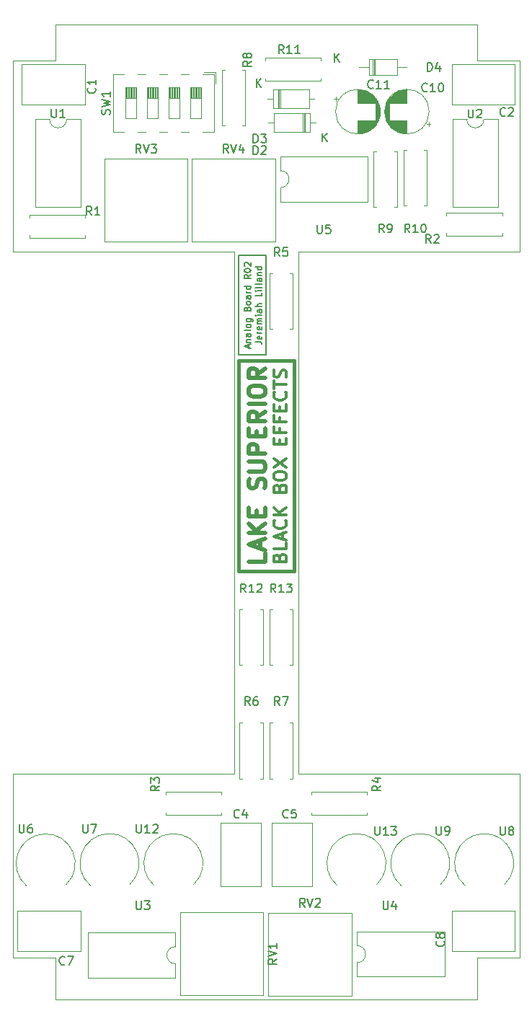
<source format=gbr>
%TF.GenerationSoftware,KiCad,Pcbnew,(5.1.7)-1*%
%TF.CreationDate,2021-10-21T20:27:42-07:00*%
%TF.ProjectId,AnalogBoard_Rev2,416e616c-6f67-4426-9f61-72645f526576,rev?*%
%TF.SameCoordinates,Original*%
%TF.FileFunction,Legend,Top*%
%TF.FilePolarity,Positive*%
%FSLAX46Y46*%
G04 Gerber Fmt 4.6, Leading zero omitted, Abs format (unit mm)*
G04 Created by KiCad (PCBNEW (5.1.7)-1) date 2021-10-21 20:27:42*
%MOMM*%
%LPD*%
G01*
G04 APERTURE LIST*
%TA.AperFunction,Profile*%
%ADD10C,0.050000*%
%TD*%
%ADD11C,0.200000*%
%ADD12C,0.400000*%
%ADD13C,0.187500*%
%ADD14C,0.500000*%
%ADD15C,0.350000*%
%ADD16C,0.120000*%
%ADD17C,0.150000*%
G04 APERTURE END LIST*
D10*
X143250000Y-148100000D02*
X148250000Y-148100000D01*
X143250000Y-153000000D02*
X143250000Y-148100000D01*
X93750000Y-148100000D02*
X88750000Y-148100000D01*
X93750000Y-153000000D02*
X93750000Y-148100000D01*
X143250000Y-42750000D02*
X143250000Y-38500000D01*
X148250000Y-42750000D02*
X143250000Y-42750000D01*
X93750000Y-42750000D02*
X93750000Y-38500000D01*
X88750000Y-42750000D02*
X93750000Y-42750000D01*
D11*
X115250000Y-65647000D02*
X118507000Y-65647000D01*
X115250000Y-77331000D02*
X118507000Y-77331000D01*
X115250000Y-77331000D02*
X115250000Y-65647000D01*
X118507000Y-65647000D02*
X118507000Y-77331000D01*
D12*
X115250000Y-102750000D02*
X121750000Y-102743000D01*
X121750000Y-78000000D02*
X121750000Y-102743000D01*
X115250000Y-78000000D02*
X121750000Y-78000000D01*
X115250000Y-102750000D02*
X115250000Y-78000000D01*
D13*
X116468750Y-76517857D02*
X116468750Y-76160714D01*
X116683035Y-76589285D02*
X115933035Y-76339285D01*
X116683035Y-76089285D01*
X116183035Y-75839285D02*
X116683035Y-75839285D01*
X116254464Y-75839285D02*
X116218750Y-75803571D01*
X116183035Y-75732142D01*
X116183035Y-75625000D01*
X116218750Y-75553571D01*
X116290178Y-75517857D01*
X116683035Y-75517857D01*
X116683035Y-74839285D02*
X116290178Y-74839285D01*
X116218750Y-74875000D01*
X116183035Y-74946428D01*
X116183035Y-75089285D01*
X116218750Y-75160714D01*
X116647321Y-74839285D02*
X116683035Y-74910714D01*
X116683035Y-75089285D01*
X116647321Y-75160714D01*
X116575892Y-75196428D01*
X116504464Y-75196428D01*
X116433035Y-75160714D01*
X116397321Y-75089285D01*
X116397321Y-74910714D01*
X116361607Y-74839285D01*
X116683035Y-74375000D02*
X116647321Y-74446428D01*
X116575892Y-74482142D01*
X115933035Y-74482142D01*
X116683035Y-73982142D02*
X116647321Y-74053571D01*
X116611607Y-74089285D01*
X116540178Y-74125000D01*
X116325892Y-74125000D01*
X116254464Y-74089285D01*
X116218750Y-74053571D01*
X116183035Y-73982142D01*
X116183035Y-73875000D01*
X116218750Y-73803571D01*
X116254464Y-73767857D01*
X116325892Y-73732142D01*
X116540178Y-73732142D01*
X116611607Y-73767857D01*
X116647321Y-73803571D01*
X116683035Y-73875000D01*
X116683035Y-73982142D01*
X116183035Y-73089285D02*
X116790178Y-73089285D01*
X116861607Y-73125000D01*
X116897321Y-73160714D01*
X116933035Y-73232142D01*
X116933035Y-73339285D01*
X116897321Y-73410714D01*
X116647321Y-73089285D02*
X116683035Y-73160714D01*
X116683035Y-73303571D01*
X116647321Y-73375000D01*
X116611607Y-73410714D01*
X116540178Y-73446428D01*
X116325892Y-73446428D01*
X116254464Y-73410714D01*
X116218750Y-73375000D01*
X116183035Y-73303571D01*
X116183035Y-73160714D01*
X116218750Y-73089285D01*
X116290178Y-71910714D02*
X116325892Y-71803571D01*
X116361607Y-71767857D01*
X116433035Y-71732142D01*
X116540178Y-71732142D01*
X116611607Y-71767857D01*
X116647321Y-71803571D01*
X116683035Y-71875000D01*
X116683035Y-72160714D01*
X115933035Y-72160714D01*
X115933035Y-71910714D01*
X115968750Y-71839285D01*
X116004464Y-71803571D01*
X116075892Y-71767857D01*
X116147321Y-71767857D01*
X116218750Y-71803571D01*
X116254464Y-71839285D01*
X116290178Y-71910714D01*
X116290178Y-72160714D01*
X116683035Y-71303571D02*
X116647321Y-71375000D01*
X116611607Y-71410714D01*
X116540178Y-71446428D01*
X116325892Y-71446428D01*
X116254464Y-71410714D01*
X116218750Y-71375000D01*
X116183035Y-71303571D01*
X116183035Y-71196428D01*
X116218750Y-71125000D01*
X116254464Y-71089285D01*
X116325892Y-71053571D01*
X116540178Y-71053571D01*
X116611607Y-71089285D01*
X116647321Y-71125000D01*
X116683035Y-71196428D01*
X116683035Y-71303571D01*
X116683035Y-70410714D02*
X116290178Y-70410714D01*
X116218750Y-70446428D01*
X116183035Y-70517857D01*
X116183035Y-70660714D01*
X116218750Y-70732142D01*
X116647321Y-70410714D02*
X116683035Y-70482142D01*
X116683035Y-70660714D01*
X116647321Y-70732142D01*
X116575892Y-70767857D01*
X116504464Y-70767857D01*
X116433035Y-70732142D01*
X116397321Y-70660714D01*
X116397321Y-70482142D01*
X116361607Y-70410714D01*
X116683035Y-70053571D02*
X116183035Y-70053571D01*
X116325892Y-70053571D02*
X116254464Y-70017857D01*
X116218750Y-69982142D01*
X116183035Y-69910714D01*
X116183035Y-69839285D01*
X116683035Y-69267857D02*
X115933035Y-69267857D01*
X116647321Y-69267857D02*
X116683035Y-69339285D01*
X116683035Y-69482142D01*
X116647321Y-69553571D01*
X116611607Y-69589285D01*
X116540178Y-69625000D01*
X116325892Y-69625000D01*
X116254464Y-69589285D01*
X116218750Y-69553571D01*
X116183035Y-69482142D01*
X116183035Y-69339285D01*
X116218750Y-69267857D01*
X116683035Y-67910714D02*
X116325892Y-68160714D01*
X116683035Y-68339285D02*
X115933035Y-68339285D01*
X115933035Y-68053571D01*
X115968750Y-67982142D01*
X116004464Y-67946428D01*
X116075892Y-67910714D01*
X116183035Y-67910714D01*
X116254464Y-67946428D01*
X116290178Y-67982142D01*
X116325892Y-68053571D01*
X116325892Y-68339285D01*
X115933035Y-67446428D02*
X115933035Y-67375000D01*
X115968750Y-67303571D01*
X116004464Y-67267857D01*
X116075892Y-67232142D01*
X116218750Y-67196428D01*
X116397321Y-67196428D01*
X116540178Y-67232142D01*
X116611607Y-67267857D01*
X116647321Y-67303571D01*
X116683035Y-67375000D01*
X116683035Y-67446428D01*
X116647321Y-67517857D01*
X116611607Y-67553571D01*
X116540178Y-67589285D01*
X116397321Y-67625000D01*
X116218750Y-67625000D01*
X116075892Y-67589285D01*
X116004464Y-67553571D01*
X115968750Y-67517857D01*
X115933035Y-67446428D01*
X116004464Y-66910714D02*
X115968750Y-66875000D01*
X115933035Y-66803571D01*
X115933035Y-66625000D01*
X115968750Y-66553571D01*
X116004464Y-66517857D01*
X116075892Y-66482142D01*
X116147321Y-66482142D01*
X116254464Y-66517857D01*
X116683035Y-66946428D01*
X116683035Y-66482142D01*
X117245535Y-75803571D02*
X117781250Y-75803571D01*
X117888392Y-75839285D01*
X117959821Y-75910714D01*
X117995535Y-76017857D01*
X117995535Y-76089285D01*
X117959821Y-75160714D02*
X117995535Y-75232142D01*
X117995535Y-75375000D01*
X117959821Y-75446428D01*
X117888392Y-75482142D01*
X117602678Y-75482142D01*
X117531250Y-75446428D01*
X117495535Y-75375000D01*
X117495535Y-75232142D01*
X117531250Y-75160714D01*
X117602678Y-75125000D01*
X117674107Y-75125000D01*
X117745535Y-75482142D01*
X117995535Y-74803571D02*
X117495535Y-74803571D01*
X117638392Y-74803571D02*
X117566964Y-74767857D01*
X117531250Y-74732142D01*
X117495535Y-74660714D01*
X117495535Y-74589285D01*
X117959821Y-74053571D02*
X117995535Y-74125000D01*
X117995535Y-74267857D01*
X117959821Y-74339285D01*
X117888392Y-74375000D01*
X117602678Y-74375000D01*
X117531250Y-74339285D01*
X117495535Y-74267857D01*
X117495535Y-74125000D01*
X117531250Y-74053571D01*
X117602678Y-74017857D01*
X117674107Y-74017857D01*
X117745535Y-74375000D01*
X117995535Y-73696428D02*
X117495535Y-73696428D01*
X117566964Y-73696428D02*
X117531250Y-73660714D01*
X117495535Y-73589285D01*
X117495535Y-73482142D01*
X117531250Y-73410714D01*
X117602678Y-73375000D01*
X117995535Y-73375000D01*
X117602678Y-73375000D02*
X117531250Y-73339285D01*
X117495535Y-73267857D01*
X117495535Y-73160714D01*
X117531250Y-73089285D01*
X117602678Y-73053571D01*
X117995535Y-73053571D01*
X117995535Y-72696428D02*
X117495535Y-72696428D01*
X117245535Y-72696428D02*
X117281250Y-72732142D01*
X117316964Y-72696428D01*
X117281250Y-72660714D01*
X117245535Y-72696428D01*
X117316964Y-72696428D01*
X117995535Y-72017857D02*
X117602678Y-72017857D01*
X117531250Y-72053571D01*
X117495535Y-72125000D01*
X117495535Y-72267857D01*
X117531250Y-72339285D01*
X117959821Y-72017857D02*
X117995535Y-72089285D01*
X117995535Y-72267857D01*
X117959821Y-72339285D01*
X117888392Y-72375000D01*
X117816964Y-72375000D01*
X117745535Y-72339285D01*
X117709821Y-72267857D01*
X117709821Y-72089285D01*
X117674107Y-72017857D01*
X117995535Y-71660714D02*
X117245535Y-71660714D01*
X117995535Y-71339285D02*
X117602678Y-71339285D01*
X117531250Y-71375000D01*
X117495535Y-71446428D01*
X117495535Y-71553571D01*
X117531250Y-71625000D01*
X117566964Y-71660714D01*
X117995535Y-70053571D02*
X117995535Y-70410714D01*
X117245535Y-70410714D01*
X117995535Y-69803571D02*
X117495535Y-69803571D01*
X117245535Y-69803571D02*
X117281250Y-69839285D01*
X117316964Y-69803571D01*
X117281250Y-69767857D01*
X117245535Y-69803571D01*
X117316964Y-69803571D01*
X117995535Y-69339285D02*
X117959821Y-69410714D01*
X117888392Y-69446428D01*
X117245535Y-69446428D01*
X117995535Y-68946428D02*
X117959821Y-69017857D01*
X117888392Y-69053571D01*
X117245535Y-69053571D01*
X117995535Y-68339285D02*
X117602678Y-68339285D01*
X117531250Y-68375000D01*
X117495535Y-68446428D01*
X117495535Y-68589285D01*
X117531250Y-68660714D01*
X117959821Y-68339285D02*
X117995535Y-68410714D01*
X117995535Y-68589285D01*
X117959821Y-68660714D01*
X117888392Y-68696428D01*
X117816964Y-68696428D01*
X117745535Y-68660714D01*
X117709821Y-68589285D01*
X117709821Y-68410714D01*
X117674107Y-68339285D01*
X117495535Y-67982142D02*
X117995535Y-67982142D01*
X117566964Y-67982142D02*
X117531250Y-67946428D01*
X117495535Y-67875000D01*
X117495535Y-67767857D01*
X117531250Y-67696428D01*
X117602678Y-67660714D01*
X117995535Y-67660714D01*
X117995535Y-66982142D02*
X117245535Y-66982142D01*
X117959821Y-66982142D02*
X117995535Y-67053571D01*
X117995535Y-67196428D01*
X117959821Y-67267857D01*
X117924107Y-67303571D01*
X117852678Y-67339285D01*
X117638392Y-67339285D01*
X117566964Y-67303571D01*
X117531250Y-67267857D01*
X117495535Y-67196428D01*
X117495535Y-67053571D01*
X117531250Y-66982142D01*
D14*
X118404761Y-100633333D02*
X118404761Y-101585714D01*
X116404761Y-101585714D01*
X117833333Y-100061904D02*
X117833333Y-99109523D01*
X118404761Y-100252380D02*
X116404761Y-99585714D01*
X118404761Y-98919047D01*
X118404761Y-98252380D02*
X116404761Y-98252380D01*
X118404761Y-97109523D02*
X117261904Y-97966666D01*
X116404761Y-97109523D02*
X117547619Y-98252380D01*
X117357142Y-96252380D02*
X117357142Y-95585714D01*
X118404761Y-95300000D02*
X118404761Y-96252380D01*
X116404761Y-96252380D01*
X116404761Y-95300000D01*
X118309523Y-93014285D02*
X118404761Y-92728571D01*
X118404761Y-92252380D01*
X118309523Y-92061904D01*
X118214285Y-91966666D01*
X118023809Y-91871428D01*
X117833333Y-91871428D01*
X117642857Y-91966666D01*
X117547619Y-92061904D01*
X117452380Y-92252380D01*
X117357142Y-92633333D01*
X117261904Y-92823809D01*
X117166666Y-92919047D01*
X116976190Y-93014285D01*
X116785714Y-93014285D01*
X116595238Y-92919047D01*
X116500000Y-92823809D01*
X116404761Y-92633333D01*
X116404761Y-92157142D01*
X116500000Y-91871428D01*
X116404761Y-91014285D02*
X118023809Y-91014285D01*
X118214285Y-90919047D01*
X118309523Y-90823809D01*
X118404761Y-90633333D01*
X118404761Y-90252380D01*
X118309523Y-90061904D01*
X118214285Y-89966666D01*
X118023809Y-89871428D01*
X116404761Y-89871428D01*
X118404761Y-88919047D02*
X116404761Y-88919047D01*
X116404761Y-88157142D01*
X116500000Y-87966666D01*
X116595238Y-87871428D01*
X116785714Y-87776190D01*
X117071428Y-87776190D01*
X117261904Y-87871428D01*
X117357142Y-87966666D01*
X117452380Y-88157142D01*
X117452380Y-88919047D01*
X117357142Y-86919047D02*
X117357142Y-86252380D01*
X118404761Y-85966666D02*
X118404761Y-86919047D01*
X116404761Y-86919047D01*
X116404761Y-85966666D01*
X118404761Y-83966666D02*
X117452380Y-84633333D01*
X118404761Y-85109523D02*
X116404761Y-85109523D01*
X116404761Y-84347619D01*
X116500000Y-84157142D01*
X116595238Y-84061904D01*
X116785714Y-83966666D01*
X117071428Y-83966666D01*
X117261904Y-84061904D01*
X117357142Y-84157142D01*
X117452380Y-84347619D01*
X117452380Y-85109523D01*
X118404761Y-83109523D02*
X116404761Y-83109523D01*
X116404761Y-81776190D02*
X116404761Y-81395238D01*
X116500000Y-81204761D01*
X116690476Y-81014285D01*
X117071428Y-80919047D01*
X117738095Y-80919047D01*
X118119047Y-81014285D01*
X118309523Y-81204761D01*
X118404761Y-81395238D01*
X118404761Y-81776190D01*
X118309523Y-81966666D01*
X118119047Y-82157142D01*
X117738095Y-82252380D01*
X117071428Y-82252380D01*
X116690476Y-82157142D01*
X116500000Y-81966666D01*
X116404761Y-81776190D01*
X118404761Y-78919047D02*
X117452380Y-79585714D01*
X118404761Y-80061904D02*
X116404761Y-80061904D01*
X116404761Y-79300000D01*
X116500000Y-79109523D01*
X116595238Y-79014285D01*
X116785714Y-78919047D01*
X117071428Y-78919047D01*
X117261904Y-79014285D01*
X117357142Y-79109523D01*
X117452380Y-79300000D01*
X117452380Y-80061904D01*
D15*
X120092857Y-101114285D02*
X120164285Y-100900000D01*
X120235714Y-100828571D01*
X120378571Y-100757142D01*
X120592857Y-100757142D01*
X120735714Y-100828571D01*
X120807142Y-100900000D01*
X120878571Y-101042857D01*
X120878571Y-101614285D01*
X119378571Y-101614285D01*
X119378571Y-101114285D01*
X119450000Y-100971428D01*
X119521428Y-100900000D01*
X119664285Y-100828571D01*
X119807142Y-100828571D01*
X119950000Y-100900000D01*
X120021428Y-100971428D01*
X120092857Y-101114285D01*
X120092857Y-101614285D01*
X120878571Y-99400000D02*
X120878571Y-100114285D01*
X119378571Y-100114285D01*
X120450000Y-98971428D02*
X120450000Y-98257142D01*
X120878571Y-99114285D02*
X119378571Y-98614285D01*
X120878571Y-98114285D01*
X120735714Y-96757142D02*
X120807142Y-96828571D01*
X120878571Y-97042857D01*
X120878571Y-97185714D01*
X120807142Y-97400000D01*
X120664285Y-97542857D01*
X120521428Y-97614285D01*
X120235714Y-97685714D01*
X120021428Y-97685714D01*
X119735714Y-97614285D01*
X119592857Y-97542857D01*
X119450000Y-97400000D01*
X119378571Y-97185714D01*
X119378571Y-97042857D01*
X119450000Y-96828571D01*
X119521428Y-96757142D01*
X120878571Y-96114285D02*
X119378571Y-96114285D01*
X120878571Y-95257142D02*
X120021428Y-95900000D01*
X119378571Y-95257142D02*
X120235714Y-96114285D01*
X120092857Y-92971428D02*
X120164285Y-92757142D01*
X120235714Y-92685714D01*
X120378571Y-92614285D01*
X120592857Y-92614285D01*
X120735714Y-92685714D01*
X120807142Y-92757142D01*
X120878571Y-92900000D01*
X120878571Y-93471428D01*
X119378571Y-93471428D01*
X119378571Y-92971428D01*
X119450000Y-92828571D01*
X119521428Y-92757142D01*
X119664285Y-92685714D01*
X119807142Y-92685714D01*
X119950000Y-92757142D01*
X120021428Y-92828571D01*
X120092857Y-92971428D01*
X120092857Y-93471428D01*
X119378571Y-91685714D02*
X119378571Y-91400000D01*
X119450000Y-91257142D01*
X119592857Y-91114285D01*
X119878571Y-91042857D01*
X120378571Y-91042857D01*
X120664285Y-91114285D01*
X120807142Y-91257142D01*
X120878571Y-91400000D01*
X120878571Y-91685714D01*
X120807142Y-91828571D01*
X120664285Y-91971428D01*
X120378571Y-92042857D01*
X119878571Y-92042857D01*
X119592857Y-91971428D01*
X119450000Y-91828571D01*
X119378571Y-91685714D01*
X119378571Y-90542857D02*
X120878571Y-89542857D01*
X119378571Y-89542857D02*
X120878571Y-90542857D01*
X120092857Y-87828571D02*
X120092857Y-87328571D01*
X120878571Y-87114285D02*
X120878571Y-87828571D01*
X119378571Y-87828571D01*
X119378571Y-87114285D01*
X120092857Y-85971428D02*
X120092857Y-86471428D01*
X120878571Y-86471428D02*
X119378571Y-86471428D01*
X119378571Y-85757142D01*
X120092857Y-84685714D02*
X120092857Y-85185714D01*
X120878571Y-85185714D02*
X119378571Y-85185714D01*
X119378571Y-84471428D01*
X120092857Y-83900000D02*
X120092857Y-83400000D01*
X120878571Y-83185714D02*
X120878571Y-83900000D01*
X119378571Y-83900000D01*
X119378571Y-83185714D01*
X120735714Y-81685714D02*
X120807142Y-81757142D01*
X120878571Y-81971428D01*
X120878571Y-82114285D01*
X120807142Y-82328571D01*
X120664285Y-82471428D01*
X120521428Y-82542857D01*
X120235714Y-82614285D01*
X120021428Y-82614285D01*
X119735714Y-82542857D01*
X119592857Y-82471428D01*
X119450000Y-82328571D01*
X119378571Y-82114285D01*
X119378571Y-81971428D01*
X119450000Y-81757142D01*
X119521428Y-81685714D01*
X119378571Y-81257142D02*
X119378571Y-80400000D01*
X120878571Y-80828571D02*
X119378571Y-80828571D01*
X120807142Y-79971428D02*
X120878571Y-79757142D01*
X120878571Y-79400000D01*
X120807142Y-79257142D01*
X120735714Y-79185714D01*
X120592857Y-79114285D01*
X120450000Y-79114285D01*
X120307142Y-79185714D01*
X120235714Y-79257142D01*
X120164285Y-79400000D01*
X120092857Y-79685714D01*
X120021428Y-79828571D01*
X119950000Y-79900000D01*
X119807142Y-79971428D01*
X119664285Y-79971428D01*
X119521428Y-79900000D01*
X119450000Y-79828571D01*
X119378571Y-79685714D01*
X119378571Y-79328571D01*
X119450000Y-79114285D01*
D10*
X148250000Y-148100000D02*
X148250000Y-126500000D01*
X88750000Y-148100000D02*
X88750000Y-126500000D01*
X122250000Y-126500000D02*
X148250000Y-126500000D01*
X122250000Y-65250000D02*
X148250000Y-65250000D01*
X88750000Y-126500000D02*
X114750000Y-126500000D01*
X88750000Y-65250000D02*
X114750000Y-65250000D01*
X114750000Y-126500000D02*
X114750000Y-65250000D01*
X122250000Y-126500000D02*
X122250000Y-65250000D01*
X148250000Y-42750000D02*
X148250000Y-65250000D01*
X88750000Y-65250000D02*
X88750000Y-42750000D01*
X143250000Y-153000000D02*
X93750000Y-153000000D01*
X93750000Y-38500000D02*
X143250000Y-38500000D01*
D16*
%TO.C,RV4*%
X109784000Y-54297000D02*
X119554000Y-54297000D01*
X109784000Y-64067000D02*
X119554000Y-64067000D01*
X109784000Y-54297000D02*
X109784000Y-64067000D01*
X119554000Y-54297000D02*
X119554000Y-64067000D01*
%TO.C,RV3*%
X99497000Y-54297000D02*
X109267000Y-54297000D01*
X99497000Y-64067000D02*
X109267000Y-64067000D01*
X99497000Y-54297000D02*
X99497000Y-64067000D01*
X109267000Y-54297000D02*
X109267000Y-64067000D01*
%TO.C,RV2*%
X118770000Y-142825000D02*
X128540000Y-142825000D01*
X118770000Y-152595000D02*
X128540000Y-152595000D01*
X118770000Y-142825000D02*
X118770000Y-152595000D01*
X128540000Y-142825000D02*
X128540000Y-152595000D01*
%TO.C,RV1*%
X118175000Y-142770000D02*
X118175000Y-152540000D01*
X108405000Y-142770000D02*
X108405000Y-152540000D01*
X118175000Y-142770000D02*
X108405000Y-142770000D01*
X118175000Y-152540000D02*
X108405000Y-152540000D01*
%TO.C,SW1*%
X103251000Y-47148667D02*
X101981000Y-47148667D01*
X102051000Y-45942000D02*
X102051000Y-47148667D01*
X102171000Y-45942000D02*
X102171000Y-47148667D01*
X102291000Y-45942000D02*
X102291000Y-47148667D01*
X102411000Y-45942000D02*
X102411000Y-47148667D01*
X102531000Y-45942000D02*
X102531000Y-47148667D01*
X102651000Y-45942000D02*
X102651000Y-47148667D01*
X102771000Y-45942000D02*
X102771000Y-47148667D01*
X102891000Y-45942000D02*
X102891000Y-47148667D01*
X103011000Y-45942000D02*
X103011000Y-47148667D01*
X103131000Y-45942000D02*
X103131000Y-47148667D01*
X103251000Y-49562000D02*
X103251000Y-45942000D01*
X101981000Y-49562000D02*
X103251000Y-49562000D01*
X101981000Y-45942000D02*
X101981000Y-49562000D01*
X103251000Y-45942000D02*
X101981000Y-45942000D01*
X105791000Y-47148667D02*
X104521000Y-47148667D01*
X104591000Y-45942000D02*
X104591000Y-47148667D01*
X104711000Y-45942000D02*
X104711000Y-47148667D01*
X104831000Y-45942000D02*
X104831000Y-47148667D01*
X104951000Y-45942000D02*
X104951000Y-47148667D01*
X105071000Y-45942000D02*
X105071000Y-47148667D01*
X105191000Y-45942000D02*
X105191000Y-47148667D01*
X105311000Y-45942000D02*
X105311000Y-47148667D01*
X105431000Y-45942000D02*
X105431000Y-47148667D01*
X105551000Y-45942000D02*
X105551000Y-47148667D01*
X105671000Y-45942000D02*
X105671000Y-47148667D01*
X105791000Y-49562000D02*
X105791000Y-45942000D01*
X104521000Y-49562000D02*
X105791000Y-49562000D01*
X104521000Y-45942000D02*
X104521000Y-49562000D01*
X105791000Y-45942000D02*
X104521000Y-45942000D01*
X108331000Y-47148667D02*
X107061000Y-47148667D01*
X107131000Y-45942000D02*
X107131000Y-47148667D01*
X107251000Y-45942000D02*
X107251000Y-47148667D01*
X107371000Y-45942000D02*
X107371000Y-47148667D01*
X107491000Y-45942000D02*
X107491000Y-47148667D01*
X107611000Y-45942000D02*
X107611000Y-47148667D01*
X107731000Y-45942000D02*
X107731000Y-47148667D01*
X107851000Y-45942000D02*
X107851000Y-47148667D01*
X107971000Y-45942000D02*
X107971000Y-47148667D01*
X108091000Y-45942000D02*
X108091000Y-47148667D01*
X108211000Y-45942000D02*
X108211000Y-47148667D01*
X108331000Y-49562000D02*
X108331000Y-45942000D01*
X107061000Y-49562000D02*
X108331000Y-49562000D01*
X107061000Y-45942000D02*
X107061000Y-49562000D01*
X108331000Y-45942000D02*
X107061000Y-45942000D01*
X110871000Y-47148667D02*
X109601000Y-47148667D01*
X109671000Y-45942000D02*
X109671000Y-47148667D01*
X109791000Y-45942000D02*
X109791000Y-47148667D01*
X109911000Y-45942000D02*
X109911000Y-47148667D01*
X110031000Y-45942000D02*
X110031000Y-47148667D01*
X110151000Y-45942000D02*
X110151000Y-47148667D01*
X110271000Y-45942000D02*
X110271000Y-47148667D01*
X110391000Y-45942000D02*
X110391000Y-47148667D01*
X110511000Y-45942000D02*
X110511000Y-47148667D01*
X110631000Y-45942000D02*
X110631000Y-47148667D01*
X110751000Y-45942000D02*
X110751000Y-47148667D01*
X110871000Y-49562000D02*
X110871000Y-45942000D01*
X109601000Y-49562000D02*
X110871000Y-49562000D01*
X109601000Y-45942000D02*
X109601000Y-49562000D01*
X110871000Y-45942000D02*
X109601000Y-45942000D01*
X112586000Y-44102000D02*
X111203000Y-44102000D01*
X112586000Y-44102000D02*
X112586000Y-45485000D01*
X109436000Y-51162000D02*
X108496000Y-51162000D01*
X112346000Y-51162000D02*
X111036000Y-51162000D01*
X106896000Y-51162000D02*
X105956000Y-51162000D01*
X104356000Y-51162000D02*
X103416000Y-51162000D01*
X101816000Y-51162000D02*
X100506000Y-51162000D01*
X101816000Y-44342000D02*
X100506000Y-44342000D01*
X104356000Y-44342000D02*
X103416000Y-44342000D01*
X106896000Y-44342000D02*
X105956000Y-44342000D01*
X109436000Y-44342000D02*
X108496000Y-44342000D01*
X112346000Y-44342000D02*
X111036000Y-44342000D01*
X100506000Y-44342000D02*
X100506000Y-51162000D01*
X112346000Y-44342000D02*
X112346000Y-51162000D01*
%TO.C,U9*%
X134370990Y-139653583D02*
G75*
G02*
X138999999Y-139499999I2229010J2653583D01*
G01*
%TO.C,U8*%
X141870990Y-139653583D02*
G75*
G02*
X146499999Y-139499999I2229010J2653583D01*
G01*
%TO.C,U7*%
X97870990Y-139653583D02*
G75*
G02*
X102499999Y-139499999I2229010J2653583D01*
G01*
%TO.C,U6*%
X90370990Y-139686583D02*
G75*
G02*
X94999999Y-139532999I2229010J2653583D01*
G01*
%TO.C,U13*%
X126870990Y-139653583D02*
G75*
G02*
X131499999Y-139499999I2229010J2653583D01*
G01*
%TO.C,U12*%
X105370990Y-139653583D02*
G75*
G02*
X109999999Y-139499999I2229010J2653583D01*
G01*
%TO.C,U5*%
X120170000Y-57690000D02*
X120170000Y-59340000D01*
X120170000Y-59340000D02*
X130450000Y-59340000D01*
X130450000Y-59340000D02*
X130450000Y-54040000D01*
X130450000Y-54040000D02*
X120170000Y-54040000D01*
X120170000Y-54040000D02*
X120170000Y-55690000D01*
X120170000Y-55690000D02*
G75*
G02*
X120170000Y-57690000I0J-1000000D01*
G01*
%TO.C,U4*%
X129170000Y-148690000D02*
X129170000Y-150340000D01*
X129170000Y-150340000D02*
X139450000Y-150340000D01*
X139450000Y-150340000D02*
X139450000Y-145040000D01*
X139450000Y-145040000D02*
X129170000Y-145040000D01*
X129170000Y-145040000D02*
X129170000Y-146690000D01*
X129170000Y-146690000D02*
G75*
G02*
X129170000Y-148690000I0J-1000000D01*
G01*
%TO.C,U3*%
X107830000Y-146810000D02*
X107830000Y-145160000D01*
X107830000Y-145160000D02*
X97550000Y-145160000D01*
X97550000Y-145160000D02*
X97550000Y-150460000D01*
X97550000Y-150460000D02*
X107830000Y-150460000D01*
X107830000Y-150460000D02*
X107830000Y-148810000D01*
X107830000Y-148810000D02*
G75*
G02*
X107830000Y-146810000I0J1000000D01*
G01*
%TO.C,U2*%
X142060000Y-49670000D02*
X140410000Y-49670000D01*
X140410000Y-49670000D02*
X140410000Y-59950000D01*
X140410000Y-59950000D02*
X145710000Y-59950000D01*
X145710000Y-59950000D02*
X145710000Y-49670000D01*
X145710000Y-49670000D02*
X144060000Y-49670000D01*
X144060000Y-49670000D02*
G75*
G02*
X142060000Y-49670000I-1000000J0D01*
G01*
%TO.C,U1*%
X93060000Y-49670000D02*
X91410000Y-49670000D01*
X91410000Y-49670000D02*
X91410000Y-59950000D01*
X91410000Y-59950000D02*
X96710000Y-59950000D01*
X96710000Y-59950000D02*
X96710000Y-49670000D01*
X96710000Y-49670000D02*
X95060000Y-49670000D01*
X95060000Y-49670000D02*
G75*
G02*
X93060000Y-49670000I-1000000J0D01*
G01*
%TO.C,R13*%
X119210000Y-113710000D02*
X118880000Y-113710000D01*
X118880000Y-113710000D02*
X118880000Y-107170000D01*
X118880000Y-107170000D02*
X119210000Y-107170000D01*
X121290000Y-113710000D02*
X121620000Y-113710000D01*
X121620000Y-113710000D02*
X121620000Y-107170000D01*
X121620000Y-107170000D02*
X121290000Y-107170000D01*
%TO.C,R12*%
X115710000Y-113710000D02*
X115380000Y-113710000D01*
X115380000Y-113710000D02*
X115380000Y-107170000D01*
X115380000Y-107170000D02*
X115710000Y-107170000D01*
X117790000Y-113710000D02*
X118120000Y-113710000D01*
X118120000Y-113710000D02*
X118120000Y-107170000D01*
X118120000Y-107170000D02*
X117790000Y-107170000D01*
%TO.C,R11*%
X124936000Y-44855000D02*
X124936000Y-45185000D01*
X124936000Y-45185000D02*
X118396000Y-45185000D01*
X118396000Y-45185000D02*
X118396000Y-44855000D01*
X124936000Y-42775000D02*
X124936000Y-42445000D01*
X124936000Y-42445000D02*
X118396000Y-42445000D01*
X118396000Y-42445000D02*
X118396000Y-42775000D01*
%TO.C,R10*%
X137040000Y-53290000D02*
X137370000Y-53290000D01*
X137370000Y-53290000D02*
X137370000Y-59830000D01*
X137370000Y-59830000D02*
X137040000Y-59830000D01*
X134960000Y-53290000D02*
X134630000Y-53290000D01*
X134630000Y-53290000D02*
X134630000Y-59830000D01*
X134630000Y-59830000D02*
X134960000Y-59830000D01*
%TO.C,R9*%
X131460000Y-59960000D02*
X131130000Y-59960000D01*
X131130000Y-59960000D02*
X131130000Y-53420000D01*
X131130000Y-53420000D02*
X131460000Y-53420000D01*
X133540000Y-59960000D02*
X133870000Y-59960000D01*
X133870000Y-59960000D02*
X133870000Y-53420000D01*
X133870000Y-53420000D02*
X133540000Y-53420000D01*
%TO.C,R8*%
X115721000Y-43847000D02*
X116051000Y-43847000D01*
X116051000Y-43847000D02*
X116051000Y-50387000D01*
X116051000Y-50387000D02*
X115721000Y-50387000D01*
X113641000Y-43847000D02*
X113311000Y-43847000D01*
X113311000Y-43847000D02*
X113311000Y-50387000D01*
X113311000Y-50387000D02*
X113641000Y-50387000D01*
%TO.C,R7*%
X121290000Y-120540000D02*
X121620000Y-120540000D01*
X121620000Y-120540000D02*
X121620000Y-127080000D01*
X121620000Y-127080000D02*
X121290000Y-127080000D01*
X119210000Y-120540000D02*
X118880000Y-120540000D01*
X118880000Y-120540000D02*
X118880000Y-127080000D01*
X118880000Y-127080000D02*
X119210000Y-127080000D01*
%TO.C,R6*%
X117790000Y-120540000D02*
X118120000Y-120540000D01*
X118120000Y-120540000D02*
X118120000Y-127080000D01*
X118120000Y-127080000D02*
X117790000Y-127080000D01*
X115710000Y-120540000D02*
X115380000Y-120540000D01*
X115380000Y-120540000D02*
X115380000Y-127080000D01*
X115380000Y-127080000D02*
X115710000Y-127080000D01*
%TO.C,R5*%
X121290000Y-67723000D02*
X121620000Y-67723000D01*
X121620000Y-67723000D02*
X121620000Y-74263000D01*
X121620000Y-74263000D02*
X121290000Y-74263000D01*
X119210000Y-67723000D02*
X118880000Y-67723000D01*
X118880000Y-67723000D02*
X118880000Y-74263000D01*
X118880000Y-74263000D02*
X119210000Y-74263000D01*
%TO.C,R4*%
X123790000Y-128960000D02*
X123790000Y-128630000D01*
X123790000Y-128630000D02*
X130330000Y-128630000D01*
X130330000Y-128630000D02*
X130330000Y-128960000D01*
X123790000Y-131040000D02*
X123790000Y-131370000D01*
X123790000Y-131370000D02*
X130330000Y-131370000D01*
X130330000Y-131370000D02*
X130330000Y-131040000D01*
%TO.C,R3*%
X113210000Y-131040000D02*
X113210000Y-131370000D01*
X113210000Y-131370000D02*
X106670000Y-131370000D01*
X106670000Y-131370000D02*
X106670000Y-131040000D01*
X113210000Y-128960000D02*
X113210000Y-128630000D01*
X113210000Y-128630000D02*
X106670000Y-128630000D01*
X106670000Y-128630000D02*
X106670000Y-128960000D01*
%TO.C,R2*%
X146210000Y-63040000D02*
X146210000Y-63370000D01*
X146210000Y-63370000D02*
X139670000Y-63370000D01*
X139670000Y-63370000D02*
X139670000Y-63040000D01*
X146210000Y-60960000D02*
X146210000Y-60630000D01*
X146210000Y-60630000D02*
X139670000Y-60630000D01*
X139670000Y-60630000D02*
X139670000Y-60960000D01*
%TO.C,R1*%
X97210000Y-63290000D02*
X97210000Y-63620000D01*
X97210000Y-63620000D02*
X90670000Y-63620000D01*
X90670000Y-63620000D02*
X90670000Y-63290000D01*
X97210000Y-61210000D02*
X97210000Y-60880000D01*
X97210000Y-60880000D02*
X90670000Y-60880000D01*
X90670000Y-60880000D02*
X90670000Y-61210000D01*
%TO.C,D4*%
X130567000Y-42641000D02*
X130567000Y-44481000D01*
X130567000Y-44481000D02*
X133847000Y-44481000D01*
X133847000Y-44481000D02*
X133847000Y-42641000D01*
X133847000Y-42641000D02*
X130567000Y-42641000D01*
X129387000Y-43561000D02*
X130567000Y-43561000D01*
X135027000Y-43561000D02*
X133847000Y-43561000D01*
X131143000Y-42641000D02*
X131143000Y-44481000D01*
X131263000Y-42641000D02*
X131263000Y-44481000D01*
X131023000Y-42641000D02*
X131023000Y-44481000D01*
%TO.C,D3*%
X123659000Y-51158000D02*
X123659000Y-48918000D01*
X123659000Y-48918000D02*
X119419000Y-48918000D01*
X119419000Y-48918000D02*
X119419000Y-51158000D01*
X119419000Y-51158000D02*
X123659000Y-51158000D01*
X124309000Y-50038000D02*
X123659000Y-50038000D01*
X118769000Y-50038000D02*
X119419000Y-50038000D01*
X122939000Y-51158000D02*
X122939000Y-48918000D01*
X122819000Y-51158000D02*
X122819000Y-48918000D01*
X123059000Y-51158000D02*
X123059000Y-48918000D01*
%TO.C,D2*%
X119292000Y-46124000D02*
X119292000Y-48364000D01*
X119292000Y-48364000D02*
X123532000Y-48364000D01*
X123532000Y-48364000D02*
X123532000Y-46124000D01*
X123532000Y-46124000D02*
X119292000Y-46124000D01*
X118642000Y-47244000D02*
X119292000Y-47244000D01*
X124182000Y-47244000D02*
X123532000Y-47244000D01*
X120012000Y-46124000D02*
X120012000Y-48364000D01*
X120132000Y-46124000D02*
X120132000Y-48364000D01*
X119892000Y-46124000D02*
X119892000Y-48364000D01*
%TO.C,C11*%
X131890000Y-48768000D02*
G75*
G03*
X131890000Y-48768000I-2620000J0D01*
G01*
X129270000Y-49808000D02*
X129270000Y-51348000D01*
X129270000Y-46188000D02*
X129270000Y-47728000D01*
X129310000Y-49808000D02*
X129310000Y-51348000D01*
X129310000Y-46188000D02*
X129310000Y-47728000D01*
X129350000Y-46189000D02*
X129350000Y-47728000D01*
X129350000Y-49808000D02*
X129350000Y-51347000D01*
X129390000Y-46190000D02*
X129390000Y-47728000D01*
X129390000Y-49808000D02*
X129390000Y-51346000D01*
X129430000Y-46192000D02*
X129430000Y-47728000D01*
X129430000Y-49808000D02*
X129430000Y-51344000D01*
X129470000Y-46195000D02*
X129470000Y-47728000D01*
X129470000Y-49808000D02*
X129470000Y-51341000D01*
X129510000Y-46199000D02*
X129510000Y-47728000D01*
X129510000Y-49808000D02*
X129510000Y-51337000D01*
X129550000Y-46203000D02*
X129550000Y-47728000D01*
X129550000Y-49808000D02*
X129550000Y-51333000D01*
X129590000Y-46207000D02*
X129590000Y-47728000D01*
X129590000Y-49808000D02*
X129590000Y-51329000D01*
X129630000Y-46212000D02*
X129630000Y-47728000D01*
X129630000Y-49808000D02*
X129630000Y-51324000D01*
X129670000Y-46218000D02*
X129670000Y-47728000D01*
X129670000Y-49808000D02*
X129670000Y-51318000D01*
X129710000Y-46225000D02*
X129710000Y-47728000D01*
X129710000Y-49808000D02*
X129710000Y-51311000D01*
X129750000Y-46232000D02*
X129750000Y-47728000D01*
X129750000Y-49808000D02*
X129750000Y-51304000D01*
X129790000Y-46240000D02*
X129790000Y-47728000D01*
X129790000Y-49808000D02*
X129790000Y-51296000D01*
X129830000Y-46248000D02*
X129830000Y-47728000D01*
X129830000Y-49808000D02*
X129830000Y-51288000D01*
X129870000Y-46257000D02*
X129870000Y-47728000D01*
X129870000Y-49808000D02*
X129870000Y-51279000D01*
X129910000Y-46267000D02*
X129910000Y-47728000D01*
X129910000Y-49808000D02*
X129910000Y-51269000D01*
X129950000Y-46277000D02*
X129950000Y-47728000D01*
X129950000Y-49808000D02*
X129950000Y-51259000D01*
X129991000Y-46288000D02*
X129991000Y-47728000D01*
X129991000Y-49808000D02*
X129991000Y-51248000D01*
X130031000Y-46300000D02*
X130031000Y-47728000D01*
X130031000Y-49808000D02*
X130031000Y-51236000D01*
X130071000Y-46313000D02*
X130071000Y-47728000D01*
X130071000Y-49808000D02*
X130071000Y-51223000D01*
X130111000Y-46326000D02*
X130111000Y-47728000D01*
X130111000Y-49808000D02*
X130111000Y-51210000D01*
X130151000Y-46340000D02*
X130151000Y-47728000D01*
X130151000Y-49808000D02*
X130151000Y-51196000D01*
X130191000Y-46354000D02*
X130191000Y-47728000D01*
X130191000Y-49808000D02*
X130191000Y-51182000D01*
X130231000Y-46370000D02*
X130231000Y-47728000D01*
X130231000Y-49808000D02*
X130231000Y-51166000D01*
X130271000Y-46386000D02*
X130271000Y-47728000D01*
X130271000Y-49808000D02*
X130271000Y-51150000D01*
X130311000Y-46403000D02*
X130311000Y-47728000D01*
X130311000Y-49808000D02*
X130311000Y-51133000D01*
X130351000Y-46420000D02*
X130351000Y-47728000D01*
X130351000Y-49808000D02*
X130351000Y-51116000D01*
X130391000Y-46439000D02*
X130391000Y-47728000D01*
X130391000Y-49808000D02*
X130391000Y-51097000D01*
X130431000Y-46458000D02*
X130431000Y-47728000D01*
X130431000Y-49808000D02*
X130431000Y-51078000D01*
X130471000Y-46478000D02*
X130471000Y-47728000D01*
X130471000Y-49808000D02*
X130471000Y-51058000D01*
X130511000Y-46500000D02*
X130511000Y-47728000D01*
X130511000Y-49808000D02*
X130511000Y-51036000D01*
X130551000Y-46521000D02*
X130551000Y-47728000D01*
X130551000Y-49808000D02*
X130551000Y-51015000D01*
X130591000Y-46544000D02*
X130591000Y-47728000D01*
X130591000Y-49808000D02*
X130591000Y-50992000D01*
X130631000Y-46568000D02*
X130631000Y-47728000D01*
X130631000Y-49808000D02*
X130631000Y-50968000D01*
X130671000Y-46593000D02*
X130671000Y-47728000D01*
X130671000Y-49808000D02*
X130671000Y-50943000D01*
X130711000Y-46619000D02*
X130711000Y-47728000D01*
X130711000Y-49808000D02*
X130711000Y-50917000D01*
X130751000Y-46646000D02*
X130751000Y-47728000D01*
X130751000Y-49808000D02*
X130751000Y-50890000D01*
X130791000Y-46673000D02*
X130791000Y-47728000D01*
X130791000Y-49808000D02*
X130791000Y-50863000D01*
X130831000Y-46703000D02*
X130831000Y-47728000D01*
X130831000Y-49808000D02*
X130831000Y-50833000D01*
X130871000Y-46733000D02*
X130871000Y-47728000D01*
X130871000Y-49808000D02*
X130871000Y-50803000D01*
X130911000Y-46764000D02*
X130911000Y-47728000D01*
X130911000Y-49808000D02*
X130911000Y-50772000D01*
X130951000Y-46797000D02*
X130951000Y-47728000D01*
X130951000Y-49808000D02*
X130951000Y-50739000D01*
X130991000Y-46831000D02*
X130991000Y-47728000D01*
X130991000Y-49808000D02*
X130991000Y-50705000D01*
X131031000Y-46867000D02*
X131031000Y-47728000D01*
X131031000Y-49808000D02*
X131031000Y-50669000D01*
X131071000Y-46904000D02*
X131071000Y-47728000D01*
X131071000Y-49808000D02*
X131071000Y-50632000D01*
X131111000Y-46942000D02*
X131111000Y-47728000D01*
X131111000Y-49808000D02*
X131111000Y-50594000D01*
X131151000Y-46983000D02*
X131151000Y-47728000D01*
X131151000Y-49808000D02*
X131151000Y-50553000D01*
X131191000Y-47025000D02*
X131191000Y-47728000D01*
X131191000Y-49808000D02*
X131191000Y-50511000D01*
X131231000Y-47069000D02*
X131231000Y-47728000D01*
X131231000Y-49808000D02*
X131231000Y-50467000D01*
X131271000Y-47115000D02*
X131271000Y-47728000D01*
X131271000Y-49808000D02*
X131271000Y-50421000D01*
X131311000Y-47163000D02*
X131311000Y-50373000D01*
X131351000Y-47214000D02*
X131351000Y-50322000D01*
X131391000Y-47268000D02*
X131391000Y-50268000D01*
X131431000Y-47325000D02*
X131431000Y-50211000D01*
X131471000Y-47385000D02*
X131471000Y-50151000D01*
X131511000Y-47449000D02*
X131511000Y-50087000D01*
X131551000Y-47517000D02*
X131551000Y-50019000D01*
X131591000Y-47590000D02*
X131591000Y-49946000D01*
X131631000Y-47670000D02*
X131631000Y-49866000D01*
X131671000Y-47757000D02*
X131671000Y-49779000D01*
X131711000Y-47853000D02*
X131711000Y-49683000D01*
X131751000Y-47963000D02*
X131751000Y-49573000D01*
X131791000Y-48091000D02*
X131791000Y-49445000D01*
X131831000Y-48250000D02*
X131831000Y-49286000D01*
X131871000Y-48484000D02*
X131871000Y-49052000D01*
X126465225Y-47293000D02*
X126965225Y-47293000D01*
X126715225Y-47043000D02*
X126715225Y-47543000D01*
%TO.C,C10*%
X137637000Y-48768000D02*
G75*
G03*
X137637000Y-48768000I-2620000J0D01*
G01*
X135017000Y-47728000D02*
X135017000Y-46188000D01*
X135017000Y-51348000D02*
X135017000Y-49808000D01*
X134977000Y-47728000D02*
X134977000Y-46188000D01*
X134977000Y-51348000D02*
X134977000Y-49808000D01*
X134937000Y-51347000D02*
X134937000Y-49808000D01*
X134937000Y-47728000D02*
X134937000Y-46189000D01*
X134897000Y-51346000D02*
X134897000Y-49808000D01*
X134897000Y-47728000D02*
X134897000Y-46190000D01*
X134857000Y-51344000D02*
X134857000Y-49808000D01*
X134857000Y-47728000D02*
X134857000Y-46192000D01*
X134817000Y-51341000D02*
X134817000Y-49808000D01*
X134817000Y-47728000D02*
X134817000Y-46195000D01*
X134777000Y-51337000D02*
X134777000Y-49808000D01*
X134777000Y-47728000D02*
X134777000Y-46199000D01*
X134737000Y-51333000D02*
X134737000Y-49808000D01*
X134737000Y-47728000D02*
X134737000Y-46203000D01*
X134697000Y-51329000D02*
X134697000Y-49808000D01*
X134697000Y-47728000D02*
X134697000Y-46207000D01*
X134657000Y-51324000D02*
X134657000Y-49808000D01*
X134657000Y-47728000D02*
X134657000Y-46212000D01*
X134617000Y-51318000D02*
X134617000Y-49808000D01*
X134617000Y-47728000D02*
X134617000Y-46218000D01*
X134577000Y-51311000D02*
X134577000Y-49808000D01*
X134577000Y-47728000D02*
X134577000Y-46225000D01*
X134537000Y-51304000D02*
X134537000Y-49808000D01*
X134537000Y-47728000D02*
X134537000Y-46232000D01*
X134497000Y-51296000D02*
X134497000Y-49808000D01*
X134497000Y-47728000D02*
X134497000Y-46240000D01*
X134457000Y-51288000D02*
X134457000Y-49808000D01*
X134457000Y-47728000D02*
X134457000Y-46248000D01*
X134417000Y-51279000D02*
X134417000Y-49808000D01*
X134417000Y-47728000D02*
X134417000Y-46257000D01*
X134377000Y-51269000D02*
X134377000Y-49808000D01*
X134377000Y-47728000D02*
X134377000Y-46267000D01*
X134337000Y-51259000D02*
X134337000Y-49808000D01*
X134337000Y-47728000D02*
X134337000Y-46277000D01*
X134296000Y-51248000D02*
X134296000Y-49808000D01*
X134296000Y-47728000D02*
X134296000Y-46288000D01*
X134256000Y-51236000D02*
X134256000Y-49808000D01*
X134256000Y-47728000D02*
X134256000Y-46300000D01*
X134216000Y-51223000D02*
X134216000Y-49808000D01*
X134216000Y-47728000D02*
X134216000Y-46313000D01*
X134176000Y-51210000D02*
X134176000Y-49808000D01*
X134176000Y-47728000D02*
X134176000Y-46326000D01*
X134136000Y-51196000D02*
X134136000Y-49808000D01*
X134136000Y-47728000D02*
X134136000Y-46340000D01*
X134096000Y-51182000D02*
X134096000Y-49808000D01*
X134096000Y-47728000D02*
X134096000Y-46354000D01*
X134056000Y-51166000D02*
X134056000Y-49808000D01*
X134056000Y-47728000D02*
X134056000Y-46370000D01*
X134016000Y-51150000D02*
X134016000Y-49808000D01*
X134016000Y-47728000D02*
X134016000Y-46386000D01*
X133976000Y-51133000D02*
X133976000Y-49808000D01*
X133976000Y-47728000D02*
X133976000Y-46403000D01*
X133936000Y-51116000D02*
X133936000Y-49808000D01*
X133936000Y-47728000D02*
X133936000Y-46420000D01*
X133896000Y-51097000D02*
X133896000Y-49808000D01*
X133896000Y-47728000D02*
X133896000Y-46439000D01*
X133856000Y-51078000D02*
X133856000Y-49808000D01*
X133856000Y-47728000D02*
X133856000Y-46458000D01*
X133816000Y-51058000D02*
X133816000Y-49808000D01*
X133816000Y-47728000D02*
X133816000Y-46478000D01*
X133776000Y-51036000D02*
X133776000Y-49808000D01*
X133776000Y-47728000D02*
X133776000Y-46500000D01*
X133736000Y-51015000D02*
X133736000Y-49808000D01*
X133736000Y-47728000D02*
X133736000Y-46521000D01*
X133696000Y-50992000D02*
X133696000Y-49808000D01*
X133696000Y-47728000D02*
X133696000Y-46544000D01*
X133656000Y-50968000D02*
X133656000Y-49808000D01*
X133656000Y-47728000D02*
X133656000Y-46568000D01*
X133616000Y-50943000D02*
X133616000Y-49808000D01*
X133616000Y-47728000D02*
X133616000Y-46593000D01*
X133576000Y-50917000D02*
X133576000Y-49808000D01*
X133576000Y-47728000D02*
X133576000Y-46619000D01*
X133536000Y-50890000D02*
X133536000Y-49808000D01*
X133536000Y-47728000D02*
X133536000Y-46646000D01*
X133496000Y-50863000D02*
X133496000Y-49808000D01*
X133496000Y-47728000D02*
X133496000Y-46673000D01*
X133456000Y-50833000D02*
X133456000Y-49808000D01*
X133456000Y-47728000D02*
X133456000Y-46703000D01*
X133416000Y-50803000D02*
X133416000Y-49808000D01*
X133416000Y-47728000D02*
X133416000Y-46733000D01*
X133376000Y-50772000D02*
X133376000Y-49808000D01*
X133376000Y-47728000D02*
X133376000Y-46764000D01*
X133336000Y-50739000D02*
X133336000Y-49808000D01*
X133336000Y-47728000D02*
X133336000Y-46797000D01*
X133296000Y-50705000D02*
X133296000Y-49808000D01*
X133296000Y-47728000D02*
X133296000Y-46831000D01*
X133256000Y-50669000D02*
X133256000Y-49808000D01*
X133256000Y-47728000D02*
X133256000Y-46867000D01*
X133216000Y-50632000D02*
X133216000Y-49808000D01*
X133216000Y-47728000D02*
X133216000Y-46904000D01*
X133176000Y-50594000D02*
X133176000Y-49808000D01*
X133176000Y-47728000D02*
X133176000Y-46942000D01*
X133136000Y-50553000D02*
X133136000Y-49808000D01*
X133136000Y-47728000D02*
X133136000Y-46983000D01*
X133096000Y-50511000D02*
X133096000Y-49808000D01*
X133096000Y-47728000D02*
X133096000Y-47025000D01*
X133056000Y-50467000D02*
X133056000Y-49808000D01*
X133056000Y-47728000D02*
X133056000Y-47069000D01*
X133016000Y-50421000D02*
X133016000Y-49808000D01*
X133016000Y-47728000D02*
X133016000Y-47115000D01*
X132976000Y-50373000D02*
X132976000Y-47163000D01*
X132936000Y-50322000D02*
X132936000Y-47214000D01*
X132896000Y-50268000D02*
X132896000Y-47268000D01*
X132856000Y-50211000D02*
X132856000Y-47325000D01*
X132816000Y-50151000D02*
X132816000Y-47385000D01*
X132776000Y-50087000D02*
X132776000Y-47449000D01*
X132736000Y-50019000D02*
X132736000Y-47517000D01*
X132696000Y-49946000D02*
X132696000Y-47590000D01*
X132656000Y-49866000D02*
X132656000Y-47670000D01*
X132616000Y-49779000D02*
X132616000Y-47757000D01*
X132576000Y-49683000D02*
X132576000Y-47853000D01*
X132536000Y-49573000D02*
X132536000Y-47963000D01*
X132496000Y-49445000D02*
X132496000Y-48091000D01*
X132456000Y-49286000D02*
X132456000Y-48250000D01*
X132416000Y-49052000D02*
X132416000Y-48484000D01*
X137821775Y-50243000D02*
X137321775Y-50243000D01*
X137571775Y-50493000D02*
X137571775Y-49993000D01*
%TO.C,C8*%
X147720000Y-147370000D02*
X140280000Y-147370000D01*
X147720000Y-142630000D02*
X140280000Y-142630000D01*
X147720000Y-147370000D02*
X147720000Y-142630000D01*
X140280000Y-147370000D02*
X140280000Y-142630000D01*
%TO.C,C7*%
X89280000Y-142630000D02*
X96720000Y-142630000D01*
X89280000Y-147370000D02*
X96720000Y-147370000D01*
X89280000Y-142630000D02*
X89280000Y-147370000D01*
X96720000Y-142630000D02*
X96720000Y-147370000D01*
%TO.C,C5*%
X123870000Y-132280000D02*
X123870000Y-139720000D01*
X119130000Y-132280000D02*
X119130000Y-139720000D01*
X123870000Y-132280000D02*
X119130000Y-132280000D01*
X123870000Y-139720000D02*
X119130000Y-139720000D01*
%TO.C,C4*%
X113130000Y-139720000D02*
X113130000Y-132280000D01*
X117870000Y-139720000D02*
X117870000Y-132280000D01*
X113130000Y-139720000D02*
X117870000Y-139720000D01*
X113130000Y-132280000D02*
X117870000Y-132280000D01*
%TO.C,C2*%
X140280000Y-43230000D02*
X147720000Y-43230000D01*
X140280000Y-47970000D02*
X147720000Y-47970000D01*
X140280000Y-43230000D02*
X140280000Y-47970000D01*
X147720000Y-43230000D02*
X147720000Y-47970000D01*
%TO.C,C1*%
X97220000Y-47970000D02*
X89780000Y-47970000D01*
X97220000Y-43230000D02*
X89780000Y-43230000D01*
X97220000Y-47970000D02*
X97220000Y-43230000D01*
X89780000Y-47970000D02*
X89780000Y-43230000D01*
%TD*%
%TO.C,RV4*%
D17*
X114073761Y-53619380D02*
X113740428Y-53143190D01*
X113502333Y-53619380D02*
X113502333Y-52619380D01*
X113883285Y-52619380D01*
X113978523Y-52667000D01*
X114026142Y-52714619D01*
X114073761Y-52809857D01*
X114073761Y-52952714D01*
X114026142Y-53047952D01*
X113978523Y-53095571D01*
X113883285Y-53143190D01*
X113502333Y-53143190D01*
X114359476Y-52619380D02*
X114692809Y-53619380D01*
X115026142Y-52619380D01*
X115788047Y-52952714D02*
X115788047Y-53619380D01*
X115549952Y-52571761D02*
X115311857Y-53286047D01*
X115930904Y-53286047D01*
%TO.C,RV3*%
X103786761Y-53619380D02*
X103453428Y-53143190D01*
X103215333Y-53619380D02*
X103215333Y-52619380D01*
X103596285Y-52619380D01*
X103691523Y-52667000D01*
X103739142Y-52714619D01*
X103786761Y-52809857D01*
X103786761Y-52952714D01*
X103739142Y-53047952D01*
X103691523Y-53095571D01*
X103596285Y-53143190D01*
X103215333Y-53143190D01*
X104072476Y-52619380D02*
X104405809Y-53619380D01*
X104739142Y-52619380D01*
X104977238Y-52619380D02*
X105596285Y-52619380D01*
X105262952Y-53000333D01*
X105405809Y-53000333D01*
X105501047Y-53047952D01*
X105548666Y-53095571D01*
X105596285Y-53190809D01*
X105596285Y-53428904D01*
X105548666Y-53524142D01*
X105501047Y-53571761D01*
X105405809Y-53619380D01*
X105120095Y-53619380D01*
X105024857Y-53571761D01*
X104977238Y-53524142D01*
%TO.C,RV2*%
X123059761Y-142147380D02*
X122726428Y-141671190D01*
X122488333Y-142147380D02*
X122488333Y-141147380D01*
X122869285Y-141147380D01*
X122964523Y-141195000D01*
X123012142Y-141242619D01*
X123059761Y-141337857D01*
X123059761Y-141480714D01*
X123012142Y-141575952D01*
X122964523Y-141623571D01*
X122869285Y-141671190D01*
X122488333Y-141671190D01*
X123345476Y-141147380D02*
X123678809Y-142147380D01*
X124012142Y-141147380D01*
X124297857Y-141242619D02*
X124345476Y-141195000D01*
X124440714Y-141147380D01*
X124678809Y-141147380D01*
X124774047Y-141195000D01*
X124821666Y-141242619D01*
X124869285Y-141337857D01*
X124869285Y-141433095D01*
X124821666Y-141575952D01*
X124250238Y-142147380D01*
X124869285Y-142147380D01*
%TO.C,RV1*%
X119757380Y-148250238D02*
X119281190Y-148583571D01*
X119757380Y-148821666D02*
X118757380Y-148821666D01*
X118757380Y-148440714D01*
X118805000Y-148345476D01*
X118852619Y-148297857D01*
X118947857Y-148250238D01*
X119090714Y-148250238D01*
X119185952Y-148297857D01*
X119233571Y-148345476D01*
X119281190Y-148440714D01*
X119281190Y-148821666D01*
X118757380Y-147964523D02*
X119757380Y-147631190D01*
X118757380Y-147297857D01*
X119757380Y-146440714D02*
X119757380Y-147012142D01*
X119757380Y-146726428D02*
X118757380Y-146726428D01*
X118900238Y-146821666D01*
X118995476Y-146916904D01*
X119043095Y-147012142D01*
%TO.C,SW1*%
X100099761Y-49085333D02*
X100147380Y-48942476D01*
X100147380Y-48704380D01*
X100099761Y-48609142D01*
X100052142Y-48561523D01*
X99956904Y-48513904D01*
X99861666Y-48513904D01*
X99766428Y-48561523D01*
X99718809Y-48609142D01*
X99671190Y-48704380D01*
X99623571Y-48894857D01*
X99575952Y-48990095D01*
X99528333Y-49037714D01*
X99433095Y-49085333D01*
X99337857Y-49085333D01*
X99242619Y-49037714D01*
X99195000Y-48990095D01*
X99147380Y-48894857D01*
X99147380Y-48656761D01*
X99195000Y-48513904D01*
X99147380Y-48180571D02*
X100147380Y-47942476D01*
X99433095Y-47752000D01*
X100147380Y-47561523D01*
X99147380Y-47323428D01*
X100147380Y-46418666D02*
X100147380Y-46990095D01*
X100147380Y-46704380D02*
X99147380Y-46704380D01*
X99290238Y-46799619D01*
X99385476Y-46894857D01*
X99433095Y-46990095D01*
%TO.C,U9*%
X138488095Y-132702380D02*
X138488095Y-133511904D01*
X138535714Y-133607142D01*
X138583333Y-133654761D01*
X138678571Y-133702380D01*
X138869047Y-133702380D01*
X138964285Y-133654761D01*
X139011904Y-133607142D01*
X139059523Y-133511904D01*
X139059523Y-132702380D01*
X139583333Y-133702380D02*
X139773809Y-133702380D01*
X139869047Y-133654761D01*
X139916666Y-133607142D01*
X140011904Y-133464285D01*
X140059523Y-133273809D01*
X140059523Y-132892857D01*
X140011904Y-132797619D01*
X139964285Y-132750000D01*
X139869047Y-132702380D01*
X139678571Y-132702380D01*
X139583333Y-132750000D01*
X139535714Y-132797619D01*
X139488095Y-132892857D01*
X139488095Y-133130952D01*
X139535714Y-133226190D01*
X139583333Y-133273809D01*
X139678571Y-133321428D01*
X139869047Y-133321428D01*
X139964285Y-133273809D01*
X140011904Y-133226190D01*
X140059523Y-133130952D01*
%TO.C,U8*%
X145988095Y-132702380D02*
X145988095Y-133511904D01*
X146035714Y-133607142D01*
X146083333Y-133654761D01*
X146178571Y-133702380D01*
X146369047Y-133702380D01*
X146464285Y-133654761D01*
X146511904Y-133607142D01*
X146559523Y-133511904D01*
X146559523Y-132702380D01*
X147178571Y-133130952D02*
X147083333Y-133083333D01*
X147035714Y-133035714D01*
X146988095Y-132940476D01*
X146988095Y-132892857D01*
X147035714Y-132797619D01*
X147083333Y-132750000D01*
X147178571Y-132702380D01*
X147369047Y-132702380D01*
X147464285Y-132750000D01*
X147511904Y-132797619D01*
X147559523Y-132892857D01*
X147559523Y-132940476D01*
X147511904Y-133035714D01*
X147464285Y-133083333D01*
X147369047Y-133130952D01*
X147178571Y-133130952D01*
X147083333Y-133178571D01*
X147035714Y-133226190D01*
X146988095Y-133321428D01*
X146988095Y-133511904D01*
X147035714Y-133607142D01*
X147083333Y-133654761D01*
X147178571Y-133702380D01*
X147369047Y-133702380D01*
X147464285Y-133654761D01*
X147511904Y-133607142D01*
X147559523Y-133511904D01*
X147559523Y-133321428D01*
X147511904Y-133226190D01*
X147464285Y-133178571D01*
X147369047Y-133130952D01*
%TO.C,U7*%
X96988095Y-132452380D02*
X96988095Y-133261904D01*
X97035714Y-133357142D01*
X97083333Y-133404761D01*
X97178571Y-133452380D01*
X97369047Y-133452380D01*
X97464285Y-133404761D01*
X97511904Y-133357142D01*
X97559523Y-133261904D01*
X97559523Y-132452380D01*
X97940476Y-132452380D02*
X98607142Y-132452380D01*
X98178571Y-133452380D01*
%TO.C,U6*%
X89488095Y-132452380D02*
X89488095Y-133261904D01*
X89535714Y-133357142D01*
X89583333Y-133404761D01*
X89678571Y-133452380D01*
X89869047Y-133452380D01*
X89964285Y-133404761D01*
X90011904Y-133357142D01*
X90059523Y-133261904D01*
X90059523Y-132452380D01*
X90964285Y-132452380D02*
X90773809Y-132452380D01*
X90678571Y-132500000D01*
X90630952Y-132547619D01*
X90535714Y-132690476D01*
X90488095Y-132880952D01*
X90488095Y-133261904D01*
X90535714Y-133357142D01*
X90583333Y-133404761D01*
X90678571Y-133452380D01*
X90869047Y-133452380D01*
X90964285Y-133404761D01*
X91011904Y-133357142D01*
X91059523Y-133261904D01*
X91059523Y-133023809D01*
X91011904Y-132928571D01*
X90964285Y-132880952D01*
X90869047Y-132833333D01*
X90678571Y-132833333D01*
X90583333Y-132880952D01*
X90535714Y-132928571D01*
X90488095Y-133023809D01*
%TO.C,U13*%
X131261904Y-132702380D02*
X131261904Y-133511904D01*
X131309523Y-133607142D01*
X131357142Y-133654761D01*
X131452380Y-133702380D01*
X131642857Y-133702380D01*
X131738095Y-133654761D01*
X131785714Y-133607142D01*
X131833333Y-133511904D01*
X131833333Y-132702380D01*
X132833333Y-133702380D02*
X132261904Y-133702380D01*
X132547619Y-133702380D02*
X132547619Y-132702380D01*
X132452380Y-132845238D01*
X132357142Y-132940476D01*
X132261904Y-132988095D01*
X133166666Y-132702380D02*
X133785714Y-132702380D01*
X133452380Y-133083333D01*
X133595238Y-133083333D01*
X133690476Y-133130952D01*
X133738095Y-133178571D01*
X133785714Y-133273809D01*
X133785714Y-133511904D01*
X133738095Y-133607142D01*
X133690476Y-133654761D01*
X133595238Y-133702380D01*
X133309523Y-133702380D01*
X133214285Y-133654761D01*
X133166666Y-133607142D01*
%TO.C,U12*%
X103261904Y-132452380D02*
X103261904Y-133261904D01*
X103309523Y-133357142D01*
X103357142Y-133404761D01*
X103452380Y-133452380D01*
X103642857Y-133452380D01*
X103738095Y-133404761D01*
X103785714Y-133357142D01*
X103833333Y-133261904D01*
X103833333Y-132452380D01*
X104833333Y-133452380D02*
X104261904Y-133452380D01*
X104547619Y-133452380D02*
X104547619Y-132452380D01*
X104452380Y-132595238D01*
X104357142Y-132690476D01*
X104261904Y-132738095D01*
X105214285Y-132547619D02*
X105261904Y-132500000D01*
X105357142Y-132452380D01*
X105595238Y-132452380D01*
X105690476Y-132500000D01*
X105738095Y-132547619D01*
X105785714Y-132642857D01*
X105785714Y-132738095D01*
X105738095Y-132880952D01*
X105166666Y-133452380D01*
X105785714Y-133452380D01*
%TO.C,U5*%
X124488095Y-62063380D02*
X124488095Y-62872904D01*
X124535714Y-62968142D01*
X124583333Y-63015761D01*
X124678571Y-63063380D01*
X124869047Y-63063380D01*
X124964285Y-63015761D01*
X125011904Y-62968142D01*
X125059523Y-62872904D01*
X125059523Y-62063380D01*
X126011904Y-62063380D02*
X125535714Y-62063380D01*
X125488095Y-62539571D01*
X125535714Y-62491952D01*
X125630952Y-62444333D01*
X125869047Y-62444333D01*
X125964285Y-62491952D01*
X126011904Y-62539571D01*
X126059523Y-62634809D01*
X126059523Y-62872904D01*
X126011904Y-62968142D01*
X125964285Y-63015761D01*
X125869047Y-63063380D01*
X125630952Y-63063380D01*
X125535714Y-63015761D01*
X125488095Y-62968142D01*
%TO.C,U4*%
X132238095Y-141452380D02*
X132238095Y-142261904D01*
X132285714Y-142357142D01*
X132333333Y-142404761D01*
X132428571Y-142452380D01*
X132619047Y-142452380D01*
X132714285Y-142404761D01*
X132761904Y-142357142D01*
X132809523Y-142261904D01*
X132809523Y-141452380D01*
X133714285Y-141785714D02*
X133714285Y-142452380D01*
X133476190Y-141404761D02*
X133238095Y-142119047D01*
X133857142Y-142119047D01*
%TO.C,U3*%
X103238095Y-141452380D02*
X103238095Y-142261904D01*
X103285714Y-142357142D01*
X103333333Y-142404761D01*
X103428571Y-142452380D01*
X103619047Y-142452380D01*
X103714285Y-142404761D01*
X103761904Y-142357142D01*
X103809523Y-142261904D01*
X103809523Y-141452380D01*
X104190476Y-141452380D02*
X104809523Y-141452380D01*
X104476190Y-141833333D01*
X104619047Y-141833333D01*
X104714285Y-141880952D01*
X104761904Y-141928571D01*
X104809523Y-142023809D01*
X104809523Y-142261904D01*
X104761904Y-142357142D01*
X104714285Y-142404761D01*
X104619047Y-142452380D01*
X104333333Y-142452380D01*
X104238095Y-142404761D01*
X104190476Y-142357142D01*
%TO.C,U2*%
X142238095Y-48502380D02*
X142238095Y-49311904D01*
X142285714Y-49407142D01*
X142333333Y-49454761D01*
X142428571Y-49502380D01*
X142619047Y-49502380D01*
X142714285Y-49454761D01*
X142761904Y-49407142D01*
X142809523Y-49311904D01*
X142809523Y-48502380D01*
X143238095Y-48597619D02*
X143285714Y-48550000D01*
X143380952Y-48502380D01*
X143619047Y-48502380D01*
X143714285Y-48550000D01*
X143761904Y-48597619D01*
X143809523Y-48692857D01*
X143809523Y-48788095D01*
X143761904Y-48930952D01*
X143190476Y-49502380D01*
X143809523Y-49502380D01*
%TO.C,U1*%
X93288095Y-48452380D02*
X93288095Y-49261904D01*
X93335714Y-49357142D01*
X93383333Y-49404761D01*
X93478571Y-49452380D01*
X93669047Y-49452380D01*
X93764285Y-49404761D01*
X93811904Y-49357142D01*
X93859523Y-49261904D01*
X93859523Y-48452380D01*
X94859523Y-49452380D02*
X94288095Y-49452380D01*
X94573809Y-49452380D02*
X94573809Y-48452380D01*
X94478571Y-48595238D01*
X94383333Y-48690476D01*
X94288095Y-48738095D01*
%TO.C,R13*%
X119607142Y-105202380D02*
X119273809Y-104726190D01*
X119035714Y-105202380D02*
X119035714Y-104202380D01*
X119416666Y-104202380D01*
X119511904Y-104250000D01*
X119559523Y-104297619D01*
X119607142Y-104392857D01*
X119607142Y-104535714D01*
X119559523Y-104630952D01*
X119511904Y-104678571D01*
X119416666Y-104726190D01*
X119035714Y-104726190D01*
X120559523Y-105202380D02*
X119988095Y-105202380D01*
X120273809Y-105202380D02*
X120273809Y-104202380D01*
X120178571Y-104345238D01*
X120083333Y-104440476D01*
X119988095Y-104488095D01*
X120892857Y-104202380D02*
X121511904Y-104202380D01*
X121178571Y-104583333D01*
X121321428Y-104583333D01*
X121416666Y-104630952D01*
X121464285Y-104678571D01*
X121511904Y-104773809D01*
X121511904Y-105011904D01*
X121464285Y-105107142D01*
X121416666Y-105154761D01*
X121321428Y-105202380D01*
X121035714Y-105202380D01*
X120940476Y-105154761D01*
X120892857Y-105107142D01*
%TO.C,R12*%
X116107142Y-105202380D02*
X115773809Y-104726190D01*
X115535714Y-105202380D02*
X115535714Y-104202380D01*
X115916666Y-104202380D01*
X116011904Y-104250000D01*
X116059523Y-104297619D01*
X116107142Y-104392857D01*
X116107142Y-104535714D01*
X116059523Y-104630952D01*
X116011904Y-104678571D01*
X115916666Y-104726190D01*
X115535714Y-104726190D01*
X117059523Y-105202380D02*
X116488095Y-105202380D01*
X116773809Y-105202380D02*
X116773809Y-104202380D01*
X116678571Y-104345238D01*
X116583333Y-104440476D01*
X116488095Y-104488095D01*
X117440476Y-104297619D02*
X117488095Y-104250000D01*
X117583333Y-104202380D01*
X117821428Y-104202380D01*
X117916666Y-104250000D01*
X117964285Y-104297619D01*
X118011904Y-104392857D01*
X118011904Y-104488095D01*
X117964285Y-104630952D01*
X117392857Y-105202380D01*
X118011904Y-105202380D01*
%TO.C,R11*%
X120557142Y-41952380D02*
X120223809Y-41476190D01*
X119985714Y-41952380D02*
X119985714Y-40952380D01*
X120366666Y-40952380D01*
X120461904Y-41000000D01*
X120509523Y-41047619D01*
X120557142Y-41142857D01*
X120557142Y-41285714D01*
X120509523Y-41380952D01*
X120461904Y-41428571D01*
X120366666Y-41476190D01*
X119985714Y-41476190D01*
X121509523Y-41952380D02*
X120938095Y-41952380D01*
X121223809Y-41952380D02*
X121223809Y-40952380D01*
X121128571Y-41095238D01*
X121033333Y-41190476D01*
X120938095Y-41238095D01*
X122461904Y-41952380D02*
X121890476Y-41952380D01*
X122176190Y-41952380D02*
X122176190Y-40952380D01*
X122080952Y-41095238D01*
X121985714Y-41190476D01*
X121890476Y-41238095D01*
%TO.C,R10*%
X135357142Y-62952380D02*
X135023809Y-62476190D01*
X134785714Y-62952380D02*
X134785714Y-61952380D01*
X135166666Y-61952380D01*
X135261904Y-62000000D01*
X135309523Y-62047619D01*
X135357142Y-62142857D01*
X135357142Y-62285714D01*
X135309523Y-62380952D01*
X135261904Y-62428571D01*
X135166666Y-62476190D01*
X134785714Y-62476190D01*
X136309523Y-62952380D02*
X135738095Y-62952380D01*
X136023809Y-62952380D02*
X136023809Y-61952380D01*
X135928571Y-62095238D01*
X135833333Y-62190476D01*
X135738095Y-62238095D01*
X136928571Y-61952380D02*
X137023809Y-61952380D01*
X137119047Y-62000000D01*
X137166666Y-62047619D01*
X137214285Y-62142857D01*
X137261904Y-62333333D01*
X137261904Y-62571428D01*
X137214285Y-62761904D01*
X137166666Y-62857142D01*
X137119047Y-62904761D01*
X137023809Y-62952380D01*
X136928571Y-62952380D01*
X136833333Y-62904761D01*
X136785714Y-62857142D01*
X136738095Y-62761904D01*
X136690476Y-62571428D01*
X136690476Y-62333333D01*
X136738095Y-62142857D01*
X136785714Y-62047619D01*
X136833333Y-62000000D01*
X136928571Y-61952380D01*
%TO.C,R9*%
X132333333Y-62952380D02*
X132000000Y-62476190D01*
X131761904Y-62952380D02*
X131761904Y-61952380D01*
X132142857Y-61952380D01*
X132238095Y-62000000D01*
X132285714Y-62047619D01*
X132333333Y-62142857D01*
X132333333Y-62285714D01*
X132285714Y-62380952D01*
X132238095Y-62428571D01*
X132142857Y-62476190D01*
X131761904Y-62476190D01*
X132809523Y-62952380D02*
X133000000Y-62952380D01*
X133095238Y-62904761D01*
X133142857Y-62857142D01*
X133238095Y-62714285D01*
X133285714Y-62523809D01*
X133285714Y-62142857D01*
X133238095Y-62047619D01*
X133190476Y-62000000D01*
X133095238Y-61952380D01*
X132904761Y-61952380D01*
X132809523Y-62000000D01*
X132761904Y-62047619D01*
X132714285Y-62142857D01*
X132714285Y-62380952D01*
X132761904Y-62476190D01*
X132809523Y-62523809D01*
X132904761Y-62571428D01*
X133095238Y-62571428D01*
X133190476Y-62523809D01*
X133238095Y-62476190D01*
X133285714Y-62380952D01*
%TO.C,R8*%
X116784380Y-42838666D02*
X116308190Y-43172000D01*
X116784380Y-43410095D02*
X115784380Y-43410095D01*
X115784380Y-43029142D01*
X115832000Y-42933904D01*
X115879619Y-42886285D01*
X115974857Y-42838666D01*
X116117714Y-42838666D01*
X116212952Y-42886285D01*
X116260571Y-42933904D01*
X116308190Y-43029142D01*
X116308190Y-43410095D01*
X116212952Y-42267238D02*
X116165333Y-42362476D01*
X116117714Y-42410095D01*
X116022476Y-42457714D01*
X115974857Y-42457714D01*
X115879619Y-42410095D01*
X115832000Y-42362476D01*
X115784380Y-42267238D01*
X115784380Y-42076761D01*
X115832000Y-41981523D01*
X115879619Y-41933904D01*
X115974857Y-41886285D01*
X116022476Y-41886285D01*
X116117714Y-41933904D01*
X116165333Y-41981523D01*
X116212952Y-42076761D01*
X116212952Y-42267238D01*
X116260571Y-42362476D01*
X116308190Y-42410095D01*
X116403428Y-42457714D01*
X116593904Y-42457714D01*
X116689142Y-42410095D01*
X116736761Y-42362476D01*
X116784380Y-42267238D01*
X116784380Y-42076761D01*
X116736761Y-41981523D01*
X116689142Y-41933904D01*
X116593904Y-41886285D01*
X116403428Y-41886285D01*
X116308190Y-41933904D01*
X116260571Y-41981523D01*
X116212952Y-42076761D01*
%TO.C,R7*%
X120083333Y-118452380D02*
X119750000Y-117976190D01*
X119511904Y-118452380D02*
X119511904Y-117452380D01*
X119892857Y-117452380D01*
X119988095Y-117500000D01*
X120035714Y-117547619D01*
X120083333Y-117642857D01*
X120083333Y-117785714D01*
X120035714Y-117880952D01*
X119988095Y-117928571D01*
X119892857Y-117976190D01*
X119511904Y-117976190D01*
X120416666Y-117452380D02*
X121083333Y-117452380D01*
X120654761Y-118452380D01*
%TO.C,R6*%
X116583333Y-118452380D02*
X116250000Y-117976190D01*
X116011904Y-118452380D02*
X116011904Y-117452380D01*
X116392857Y-117452380D01*
X116488095Y-117500000D01*
X116535714Y-117547619D01*
X116583333Y-117642857D01*
X116583333Y-117785714D01*
X116535714Y-117880952D01*
X116488095Y-117928571D01*
X116392857Y-117976190D01*
X116011904Y-117976190D01*
X117440476Y-117452380D02*
X117250000Y-117452380D01*
X117154761Y-117500000D01*
X117107142Y-117547619D01*
X117011904Y-117690476D01*
X116964285Y-117880952D01*
X116964285Y-118261904D01*
X117011904Y-118357142D01*
X117059523Y-118404761D01*
X117154761Y-118452380D01*
X117345238Y-118452380D01*
X117440476Y-118404761D01*
X117488095Y-118357142D01*
X117535714Y-118261904D01*
X117535714Y-118023809D01*
X117488095Y-117928571D01*
X117440476Y-117880952D01*
X117345238Y-117833333D01*
X117154761Y-117833333D01*
X117059523Y-117880952D01*
X117011904Y-117928571D01*
X116964285Y-118023809D01*
%TO.C,R5*%
X120083333Y-65730380D02*
X119750000Y-65254190D01*
X119511904Y-65730380D02*
X119511904Y-64730380D01*
X119892857Y-64730380D01*
X119988095Y-64778000D01*
X120035714Y-64825619D01*
X120083333Y-64920857D01*
X120083333Y-65063714D01*
X120035714Y-65158952D01*
X119988095Y-65206571D01*
X119892857Y-65254190D01*
X119511904Y-65254190D01*
X120988095Y-64730380D02*
X120511904Y-64730380D01*
X120464285Y-65206571D01*
X120511904Y-65158952D01*
X120607142Y-65111333D01*
X120845238Y-65111333D01*
X120940476Y-65158952D01*
X120988095Y-65206571D01*
X121035714Y-65301809D01*
X121035714Y-65539904D01*
X120988095Y-65635142D01*
X120940476Y-65682761D01*
X120845238Y-65730380D01*
X120607142Y-65730380D01*
X120511904Y-65682761D01*
X120464285Y-65635142D01*
%TO.C,R4*%
X131952380Y-127916666D02*
X131476190Y-128250000D01*
X131952380Y-128488095D02*
X130952380Y-128488095D01*
X130952380Y-128107142D01*
X131000000Y-128011904D01*
X131047619Y-127964285D01*
X131142857Y-127916666D01*
X131285714Y-127916666D01*
X131380952Y-127964285D01*
X131428571Y-128011904D01*
X131476190Y-128107142D01*
X131476190Y-128488095D01*
X131285714Y-127059523D02*
X131952380Y-127059523D01*
X130904761Y-127297619D02*
X131619047Y-127535714D01*
X131619047Y-126916666D01*
%TO.C,R3*%
X105952380Y-127916666D02*
X105476190Y-128250000D01*
X105952380Y-128488095D02*
X104952380Y-128488095D01*
X104952380Y-128107142D01*
X105000000Y-128011904D01*
X105047619Y-127964285D01*
X105142857Y-127916666D01*
X105285714Y-127916666D01*
X105380952Y-127964285D01*
X105428571Y-128011904D01*
X105476190Y-128107142D01*
X105476190Y-128488095D01*
X104952380Y-127583333D02*
X104952380Y-126964285D01*
X105333333Y-127297619D01*
X105333333Y-127154761D01*
X105380952Y-127059523D01*
X105428571Y-127011904D01*
X105523809Y-126964285D01*
X105761904Y-126964285D01*
X105857142Y-127011904D01*
X105904761Y-127059523D01*
X105952380Y-127154761D01*
X105952380Y-127440476D01*
X105904761Y-127535714D01*
X105857142Y-127583333D01*
%TO.C,R2*%
X137833333Y-64202380D02*
X137500000Y-63726190D01*
X137261904Y-64202380D02*
X137261904Y-63202380D01*
X137642857Y-63202380D01*
X137738095Y-63250000D01*
X137785714Y-63297619D01*
X137833333Y-63392857D01*
X137833333Y-63535714D01*
X137785714Y-63630952D01*
X137738095Y-63678571D01*
X137642857Y-63726190D01*
X137261904Y-63726190D01*
X138214285Y-63297619D02*
X138261904Y-63250000D01*
X138357142Y-63202380D01*
X138595238Y-63202380D01*
X138690476Y-63250000D01*
X138738095Y-63297619D01*
X138785714Y-63392857D01*
X138785714Y-63488095D01*
X138738095Y-63630952D01*
X138166666Y-64202380D01*
X138785714Y-64202380D01*
%TO.C,R1*%
X98004333Y-60904380D02*
X97671000Y-60428190D01*
X97432904Y-60904380D02*
X97432904Y-59904380D01*
X97813857Y-59904380D01*
X97909095Y-59952000D01*
X97956714Y-59999619D01*
X98004333Y-60094857D01*
X98004333Y-60237714D01*
X97956714Y-60332952D01*
X97909095Y-60380571D01*
X97813857Y-60428190D01*
X97432904Y-60428190D01*
X98956714Y-60904380D02*
X98385285Y-60904380D01*
X98671000Y-60904380D02*
X98671000Y-59904380D01*
X98575761Y-60047238D01*
X98480523Y-60142476D01*
X98385285Y-60190095D01*
%TO.C,D4*%
X137437904Y-44013380D02*
X137437904Y-43013380D01*
X137676000Y-43013380D01*
X137818857Y-43061000D01*
X137914095Y-43156238D01*
X137961714Y-43251476D01*
X138009333Y-43441952D01*
X138009333Y-43584809D01*
X137961714Y-43775285D01*
X137914095Y-43870523D01*
X137818857Y-43965761D01*
X137676000Y-44013380D01*
X137437904Y-44013380D01*
X138866476Y-43346714D02*
X138866476Y-44013380D01*
X138628380Y-42965761D02*
X138390285Y-43680047D01*
X139009333Y-43680047D01*
X126538095Y-42952380D02*
X126538095Y-41952380D01*
X127109523Y-42952380D02*
X126680952Y-42380952D01*
X127109523Y-41952380D02*
X126538095Y-42523809D01*
%TO.C,D3*%
X116990904Y-52395380D02*
X116990904Y-51395380D01*
X117229000Y-51395380D01*
X117371857Y-51443000D01*
X117467095Y-51538238D01*
X117514714Y-51633476D01*
X117562333Y-51823952D01*
X117562333Y-51966809D01*
X117514714Y-52157285D01*
X117467095Y-52252523D01*
X117371857Y-52347761D01*
X117229000Y-52395380D01*
X116990904Y-52395380D01*
X117895666Y-51395380D02*
X118514714Y-51395380D01*
X118181380Y-51776333D01*
X118324238Y-51776333D01*
X118419476Y-51823952D01*
X118467095Y-51871571D01*
X118514714Y-51966809D01*
X118514714Y-52204904D01*
X118467095Y-52300142D01*
X118419476Y-52347761D01*
X118324238Y-52395380D01*
X118038523Y-52395380D01*
X117943285Y-52347761D01*
X117895666Y-52300142D01*
X125087095Y-52290380D02*
X125087095Y-51290380D01*
X125658523Y-52290380D02*
X125229952Y-51718952D01*
X125658523Y-51290380D02*
X125087095Y-51861809D01*
%TO.C,D2*%
X116990904Y-53792380D02*
X116990904Y-52792380D01*
X117229000Y-52792380D01*
X117371857Y-52840000D01*
X117467095Y-52935238D01*
X117514714Y-53030476D01*
X117562333Y-53220952D01*
X117562333Y-53363809D01*
X117514714Y-53554285D01*
X117467095Y-53649523D01*
X117371857Y-53744761D01*
X117229000Y-53792380D01*
X116990904Y-53792380D01*
X117943285Y-52887619D02*
X117990904Y-52840000D01*
X118086142Y-52792380D01*
X118324238Y-52792380D01*
X118419476Y-52840000D01*
X118467095Y-52887619D01*
X118514714Y-52982857D01*
X118514714Y-53078095D01*
X118467095Y-53220952D01*
X117895666Y-53792380D01*
X118514714Y-53792380D01*
X117340095Y-45896380D02*
X117340095Y-44896380D01*
X117911523Y-45896380D02*
X117482952Y-45324952D01*
X117911523Y-44896380D02*
X117340095Y-45467809D01*
%TO.C,C11*%
X131056142Y-45950142D02*
X131008523Y-45997761D01*
X130865666Y-46045380D01*
X130770428Y-46045380D01*
X130627571Y-45997761D01*
X130532333Y-45902523D01*
X130484714Y-45807285D01*
X130437095Y-45616809D01*
X130437095Y-45473952D01*
X130484714Y-45283476D01*
X130532333Y-45188238D01*
X130627571Y-45093000D01*
X130770428Y-45045380D01*
X130865666Y-45045380D01*
X131008523Y-45093000D01*
X131056142Y-45140619D01*
X132008523Y-46045380D02*
X131437095Y-46045380D01*
X131722809Y-46045380D02*
X131722809Y-45045380D01*
X131627571Y-45188238D01*
X131532333Y-45283476D01*
X131437095Y-45331095D01*
X132960904Y-46045380D02*
X132389476Y-46045380D01*
X132675190Y-46045380D02*
X132675190Y-45045380D01*
X132579952Y-45188238D01*
X132484714Y-45283476D01*
X132389476Y-45331095D01*
%TO.C,C10*%
X137406142Y-46331142D02*
X137358523Y-46378761D01*
X137215666Y-46426380D01*
X137120428Y-46426380D01*
X136977571Y-46378761D01*
X136882333Y-46283523D01*
X136834714Y-46188285D01*
X136787095Y-45997809D01*
X136787095Y-45854952D01*
X136834714Y-45664476D01*
X136882333Y-45569238D01*
X136977571Y-45474000D01*
X137120428Y-45426380D01*
X137215666Y-45426380D01*
X137358523Y-45474000D01*
X137406142Y-45521619D01*
X138358523Y-46426380D02*
X137787095Y-46426380D01*
X138072809Y-46426380D02*
X138072809Y-45426380D01*
X137977571Y-45569238D01*
X137882333Y-45664476D01*
X137787095Y-45712095D01*
X138977571Y-45426380D02*
X139072809Y-45426380D01*
X139168047Y-45474000D01*
X139215666Y-45521619D01*
X139263285Y-45616857D01*
X139310904Y-45807333D01*
X139310904Y-46045428D01*
X139263285Y-46235904D01*
X139215666Y-46331142D01*
X139168047Y-46378761D01*
X139072809Y-46426380D01*
X138977571Y-46426380D01*
X138882333Y-46378761D01*
X138834714Y-46331142D01*
X138787095Y-46235904D01*
X138739476Y-46045428D01*
X138739476Y-45807333D01*
X138787095Y-45616857D01*
X138834714Y-45521619D01*
X138882333Y-45474000D01*
X138977571Y-45426380D01*
%TO.C,C8*%
X139357142Y-146166666D02*
X139404761Y-146214285D01*
X139452380Y-146357142D01*
X139452380Y-146452380D01*
X139404761Y-146595238D01*
X139309523Y-146690476D01*
X139214285Y-146738095D01*
X139023809Y-146785714D01*
X138880952Y-146785714D01*
X138690476Y-146738095D01*
X138595238Y-146690476D01*
X138500000Y-146595238D01*
X138452380Y-146452380D01*
X138452380Y-146357142D01*
X138500000Y-146214285D01*
X138547619Y-146166666D01*
X138880952Y-145595238D02*
X138833333Y-145690476D01*
X138785714Y-145738095D01*
X138690476Y-145785714D01*
X138642857Y-145785714D01*
X138547619Y-145738095D01*
X138500000Y-145690476D01*
X138452380Y-145595238D01*
X138452380Y-145404761D01*
X138500000Y-145309523D01*
X138547619Y-145261904D01*
X138642857Y-145214285D01*
X138690476Y-145214285D01*
X138785714Y-145261904D01*
X138833333Y-145309523D01*
X138880952Y-145404761D01*
X138880952Y-145595238D01*
X138928571Y-145690476D01*
X138976190Y-145738095D01*
X139071428Y-145785714D01*
X139261904Y-145785714D01*
X139357142Y-145738095D01*
X139404761Y-145690476D01*
X139452380Y-145595238D01*
X139452380Y-145404761D01*
X139404761Y-145309523D01*
X139357142Y-145261904D01*
X139261904Y-145214285D01*
X139071428Y-145214285D01*
X138976190Y-145261904D01*
X138928571Y-145309523D01*
X138880952Y-145404761D01*
%TO.C,C7*%
X94833333Y-148857142D02*
X94785714Y-148904761D01*
X94642857Y-148952380D01*
X94547619Y-148952380D01*
X94404761Y-148904761D01*
X94309523Y-148809523D01*
X94261904Y-148714285D01*
X94214285Y-148523809D01*
X94214285Y-148380952D01*
X94261904Y-148190476D01*
X94309523Y-148095238D01*
X94404761Y-148000000D01*
X94547619Y-147952380D01*
X94642857Y-147952380D01*
X94785714Y-148000000D01*
X94833333Y-148047619D01*
X95166666Y-147952380D02*
X95833333Y-147952380D01*
X95404761Y-148952380D01*
%TO.C,C5*%
X121083333Y-131607142D02*
X121035714Y-131654761D01*
X120892857Y-131702380D01*
X120797619Y-131702380D01*
X120654761Y-131654761D01*
X120559523Y-131559523D01*
X120511904Y-131464285D01*
X120464285Y-131273809D01*
X120464285Y-131130952D01*
X120511904Y-130940476D01*
X120559523Y-130845238D01*
X120654761Y-130750000D01*
X120797619Y-130702380D01*
X120892857Y-130702380D01*
X121035714Y-130750000D01*
X121083333Y-130797619D01*
X121988095Y-130702380D02*
X121511904Y-130702380D01*
X121464285Y-131178571D01*
X121511904Y-131130952D01*
X121607142Y-131083333D01*
X121845238Y-131083333D01*
X121940476Y-131130952D01*
X121988095Y-131178571D01*
X122035714Y-131273809D01*
X122035714Y-131511904D01*
X121988095Y-131607142D01*
X121940476Y-131654761D01*
X121845238Y-131702380D01*
X121607142Y-131702380D01*
X121511904Y-131654761D01*
X121464285Y-131607142D01*
%TO.C,C4*%
X115333333Y-131607142D02*
X115285714Y-131654761D01*
X115142857Y-131702380D01*
X115047619Y-131702380D01*
X114904761Y-131654761D01*
X114809523Y-131559523D01*
X114761904Y-131464285D01*
X114714285Y-131273809D01*
X114714285Y-131130952D01*
X114761904Y-130940476D01*
X114809523Y-130845238D01*
X114904761Y-130750000D01*
X115047619Y-130702380D01*
X115142857Y-130702380D01*
X115285714Y-130750000D01*
X115333333Y-130797619D01*
X116190476Y-131035714D02*
X116190476Y-131702380D01*
X115952380Y-130654761D02*
X115714285Y-131369047D01*
X116333333Y-131369047D01*
%TO.C,C2*%
X146583333Y-49207142D02*
X146535714Y-49254761D01*
X146392857Y-49302380D01*
X146297619Y-49302380D01*
X146154761Y-49254761D01*
X146059523Y-49159523D01*
X146011904Y-49064285D01*
X145964285Y-48873809D01*
X145964285Y-48730952D01*
X146011904Y-48540476D01*
X146059523Y-48445238D01*
X146154761Y-48350000D01*
X146297619Y-48302380D01*
X146392857Y-48302380D01*
X146535714Y-48350000D01*
X146583333Y-48397619D01*
X146964285Y-48397619D02*
X147011904Y-48350000D01*
X147107142Y-48302380D01*
X147345238Y-48302380D01*
X147440476Y-48350000D01*
X147488095Y-48397619D01*
X147535714Y-48492857D01*
X147535714Y-48588095D01*
X147488095Y-48730952D01*
X146916666Y-49302380D01*
X147535714Y-49302380D01*
%TO.C,C1*%
X98401142Y-45982666D02*
X98448761Y-46030285D01*
X98496380Y-46173142D01*
X98496380Y-46268380D01*
X98448761Y-46411238D01*
X98353523Y-46506476D01*
X98258285Y-46554095D01*
X98067809Y-46601714D01*
X97924952Y-46601714D01*
X97734476Y-46554095D01*
X97639238Y-46506476D01*
X97544000Y-46411238D01*
X97496380Y-46268380D01*
X97496380Y-46173142D01*
X97544000Y-46030285D01*
X97591619Y-45982666D01*
X98496380Y-45030285D02*
X98496380Y-45601714D01*
X98496380Y-45316000D02*
X97496380Y-45316000D01*
X97639238Y-45411238D01*
X97734476Y-45506476D01*
X97782095Y-45601714D01*
%TD*%
M02*

</source>
